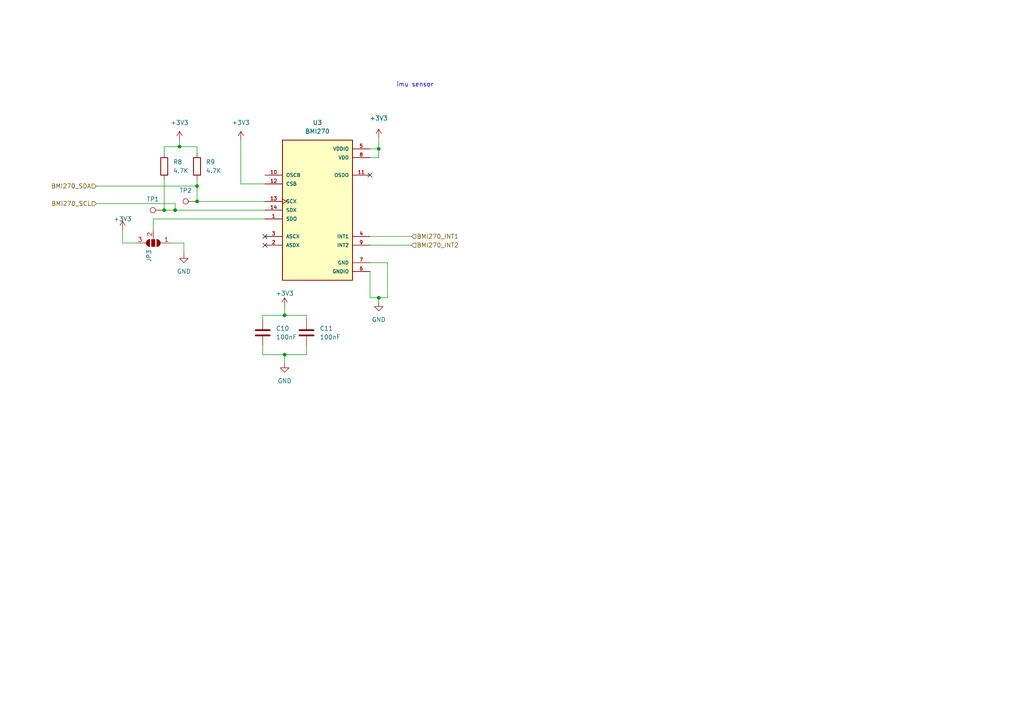
<source format=kicad_sch>
(kicad_sch (version 20230121) (generator eeschema)
  (paper "A4")
  (lib_symbols
    (symbol "+3V3_1" (power) (pin_names (offset 0))
      (property "Value" "+3V3_1" (at 0 3.556 0))
      (symbol "+3V3_1_0_1"
        (polyline (pts (xy -0.762 1.27) (xy 0 2.54)))
        (polyline (pts (xy 0 0) (xy 0 2.54)))
        (polyline (pts (xy 0 2.54) (xy 0.762 1.27)))
      )
      (symbol "+3V3_1_1_1"
        (pin power_in line (at 0 0 90) (length 0) hide (name "+3V3") (number "1"))
      )
    )
    (symbol "+3V3_2" (power) (pin_names (offset 0))
      (property "Value" "+3V3_2" (at 0 3.556 0))
      (symbol "+3V3_2_0_1"
        (polyline (pts (xy -0.762 1.27) (xy 0 2.54)))
        (polyline (pts (xy 0 0) (xy 0 2.54)))
        (polyline (pts (xy 0 2.54) (xy 0.762 1.27)))
      )
      (symbol "+3V3_2_1_1"
        (pin power_in line (at 0 0 90) (length 0) hide (name "+3V3") (number "1"))
      )
    )
    (symbol "BMI270:BMI270" (pin_names (offset 1.016))
      (property "Reference" "U" (at -10.16 21.082 0))
      (property "Value" "BMI270" (at -10.16 -22.86 0))
      (symbol "BMI270_0_0"
        (rectangle (start -10.16 -20.32) (end 10.16 20.32) (stroke (width 0.254)) (fill (type background)))
        (pin bidirectional line (at -15.24 -2.54 0) (length 5.08) (name "SDO") (number "1"))
        (pin input line (at -15.24 10.16 0) (length 5.08) (name "OSCB") (number "10"))
        (pin output line (at 15.24 10.16 180) (length 5.08) (name "OSDO") (number "11"))
        (pin input line (at -15.24 7.62 0) (length 5.08) (name "CSB") (number "12"))
        (pin input clock (at -15.24 2.54 0) (length 5.08) (name "SCX") (number "13"))
        (pin bidirectional line (at -15.24 0 0) (length 5.08) (name "SDX") (number "14"))
        (pin bidirectional line (at -15.24 -10.16 0) (length 5.08) (name "ASDX") (number "2"))
        (pin bidirectional line (at -15.24 -7.62 0) (length 5.08) (name "ASCX") (number "3"))
        (pin bidirectional line (at 15.24 -7.62 180) (length 5.08) (name "INT1") (number "4"))
        (pin power_in line (at 15.24 17.78 180) (length 5.08) (name "VDDIO") (number "5"))
        (pin power_in line (at 15.24 -17.78 180) (length 5.08) (name "GNDIO") (number "6"))
        (pin power_in line (at 15.24 -15.24 180) (length 5.08) (name "GND") (number "7"))
        (pin power_in line (at 15.24 15.24 180) (length 5.08) (name "VDD") (number "8"))
        (pin bidirectional line (at 15.24 -10.16 180) (length 5.08) (name "INT2") (number "9"))
      )
    )
    (symbol "Connector:TestPoint" (pin_numbers hide) (pin_names (offset 0.762) hide)
      (property "Reference" "TP" (at 0 6.858 0))
      (property "Value" "TestPoint" (at 0 5.08 0))
      (symbol "TestPoint_0_1"
        (circle (center 0 3.302) (radius 0.762))
      )
      (symbol "TestPoint_1_1"
        (pin passive line (at 0 0 90) (length 2.54) (name "1") (number "1"))
      )
    )
    (symbol "Device:C" (pin_numbers hide) (pin_names (offset 0.254))
      (property "Reference" "C" (at 0.635 2.54 0))
      (property "Value" "C" (at 0.635 -2.54 0))
      (symbol "C_0_1"
        (polyline (pts (xy -2.032 -0.762) (xy 2.032 -0.762)) (stroke (width 0.508)))
        (polyline (pts (xy -2.032 0.762) (xy 2.032 0.762)) (stroke (width 0.508)))
      )
      (symbol "C_1_1"
        (pin passive line (at 0 3.81 270) (length 2.794) (name "~") (number "1"))
        (pin passive line (at 0 -3.81 90) (length 2.794) (name "~") (number "2"))
      )
    )
    (symbol "Device:R" (pin_numbers hide) (pin_names (offset 0))
      (property "Reference" "R" (at 2.032 0 90))
      (property "Value" "R" (at 0 0 90))
      (symbol "R_0_1"
        (rectangle (start -1.016 -2.54) (end 1.016 2.54) (stroke (width 0.254)))
      )
      (symbol "R_1_1"
        (pin passive line (at 0 3.81 270) (length 1.27) (name "~") (number "1"))
        (pin passive line (at 0 -3.81 90) (length 1.27) (name "~") (number "2"))
      )
    )
    (symbol "GND_1" (power) (pin_names (offset 0))
      (property "Value" "GND_1" (at 0 -3.81 0))
      (symbol "GND_1_0_1"
        (polyline (pts (xy 0 0) (xy 0 -1.27) (xy 1.27 -1.27) (xy 0 -2.54) (xy -1.27 -1.27) (xy 0 -1.27)))
      )
      (symbol "GND_1_1_1"
        (pin power_in line (at 0 0 270) (length 0) hide (name "GND") (number "1"))
      )
    )
    (symbol "Jumper:SolderJumper_3_Open" (pin_names (offset 0) hide)
      (property "Reference" "JP" (at -2.54 -2.54 0))
      (property "Value" "SolderJumper_3_Open" (at 0 2.794 0))
      (symbol "SolderJumper_3_Open_0_1"
        (arc (start -1.016 1.016) (mid -2.0276 0) (end -1.016 -1.016))
        (arc (start -1.016 1.016) (mid -2.0276 0) (end -1.016 -1.016) (fill (type outline)))
        (rectangle (start -0.508 1.016) (end 0.508 -1.016) (fill (type outline)))
        (polyline (pts (xy -2.54 0) (xy -2.032 0)))
        (polyline (pts (xy -1.016 1.016) (xy -1.016 -1.016)))
        (polyline (pts (xy 0 -1.27) (xy 0 -1.016)))
        (polyline (pts (xy 1.016 1.016) (xy 1.016 -1.016)))
        (polyline (pts (xy 2.54 0) (xy 2.032 0)))
        (arc (start 1.016 -1.016) (mid 2.0276 0) (end 1.016 1.016))
        (arc (start 1.016 -1.016) (mid 2.0276 0) (end 1.016 1.016) (fill (type outline)))
      )
      (symbol "SolderJumper_3_Open_1_1"
        (pin passive line (at -5.08 0 0) (length 2.54) (name "A") (number "1"))
        (pin passive line (at 0 -3.81 90) (length 2.54) (name "C") (number "2"))
        (pin passive line (at 5.08 0 180) (length 2.54) (name "B") (number "3"))
      )
    )
    (symbol "power:+3V3" (power) (pin_names (offset 0))
      (property "Value" "+3V3" (at 0 3.556 0))
      (symbol "+3V3_0_1"
        (polyline (pts (xy -0.762 1.27) (xy 0 2.54)))
        (polyline (pts (xy 0 0) (xy 0 2.54)))
        (polyline (pts (xy 0 2.54) (xy 0.762 1.27)))
      )
      (symbol "+3V3_1_1"
        (pin power_in line (at 0 0 90) (length 0) hide (name "+3V3") (number "1"))
      )
    )
    (symbol "power:GND" (power) (pin_names (offset 0))
      (property "Value" "GND" (at 0 -3.81 0))
      (symbol "GND_0_1"
        (polyline (pts (xy 0 0) (xy 0 -1.27) (xy 1.27 -1.27) (xy 0 -2.54) (xy -1.27 -1.27) (xy 0 -1.27)))
      )
      (symbol "GND_1_1"
        (pin power_in line (at 0 0 270) (length 0) hide (name "GND") (number "1"))
      )
    )
  )
  (junction (at 82.55 102.87))
  (junction (at 109.855 43.18))
  (junction (at 109.855 86.36))
  (junction (at 50.8 60.96))
  (junction (at 57.15 53.975))
  (junction (at 47.625 60.96))
  (junction (at 82.55 91.44))
  (junction (at 57.15 58.42))
  (junction (at 52.07 42.545))
  (no_connect (at 76.835 68.58))
  (no_connect (at 76.835 71.12))
  (no_connect (at 107.315 50.8))
  (wire (pts (xy 109.855 43.18) (xy 107.315 43.18)))
  (wire (pts (xy 57.15 58.42) (xy 76.835 58.42)))
  (wire (pts (xy 76.2 100.33) (xy 76.2 102.87)))
  (wire (pts (xy 47.625 52.07) (xy 47.625 60.96)))
  (wire (pts (xy 107.315 68.58) (xy 119.38 68.58)))
  (wire (pts (xy 107.315 71.12) (xy 119.38 71.12)))
  (wire (pts (xy 50.8 60.96) (xy 76.835 60.96)))
  (wire (pts (xy 27.94 59.055) (xy 50.8 59.055)))
  (wire (pts (xy 112.395 76.2) (xy 112.395 86.36)))
  (wire (pts (xy 76.2 92.71) (xy 76.2 91.44)))
  (wire (pts (xy 76.835 53.34) (xy 69.85 53.34)))
  (wire (pts (xy 88.9 91.44) (xy 88.9 92.71)))
  (wire (pts (xy 35.56 70.485) (xy 39.37 70.485)))
  (wire (pts (xy 82.55 102.87) (xy 88.9 102.87)))
  (wire (pts (xy 47.625 42.545) (xy 47.625 44.45)))
  (wire (pts (xy 35.56 66.675) (xy 35.56 70.485)))
  (wire (pts (xy 53.34 70.485) (xy 53.34 73.66)))
  (wire (pts (xy 88.9 102.87) (xy 88.9 100.33)))
  (wire (pts (xy 109.855 40.005) (xy 109.855 43.18)))
  (wire (pts (xy 49.53 70.485) (xy 53.34 70.485)))
  (wire (pts (xy 82.55 91.44) (xy 88.9 91.44)))
  (wire (pts (xy 52.07 42.545) (xy 57.15 42.545)))
  (wire (pts (xy 107.315 86.36) (xy 109.855 86.36)))
  (wire (pts (xy 107.315 45.72) (xy 109.855 45.72)))
  (wire (pts (xy 112.395 86.36) (xy 109.855 86.36)))
  (wire (pts (xy 52.07 40.64) (xy 52.07 42.545)))
  (wire (pts (xy 52.07 42.545) (xy 47.625 42.545)))
  (wire (pts (xy 50.8 60.96) (xy 50.8 59.055)))
  (wire (pts (xy 47.625 60.96) (xy 50.8 60.96)))
  (wire (pts (xy 76.835 63.5) (xy 44.45 63.5)))
  (wire (pts (xy 82.55 88.9) (xy 82.55 91.44)))
  (wire (pts (xy 109.855 86.36) (xy 109.855 87.63)))
  (wire (pts (xy 57.15 53.975) (xy 57.15 58.42)))
  (wire (pts (xy 109.855 45.72) (xy 109.855 43.18)))
  (wire (pts (xy 57.15 52.07) (xy 57.15 53.975)))
  (wire (pts (xy 76.2 91.44) (xy 82.55 91.44)))
  (wire (pts (xy 107.315 76.2) (xy 112.395 76.2)))
  (wire (pts (xy 107.315 78.74) (xy 107.315 86.36)))
  (wire (pts (xy 82.55 102.87) (xy 82.55 105.41)))
  (wire (pts (xy 44.45 63.5) (xy 44.45 66.675)))
  (wire (pts (xy 57.15 42.545) (xy 57.15 44.45)))
  (wire (pts (xy 69.85 40.64) (xy 69.85 53.34)))
  (wire (pts (xy 27.94 53.975) (xy 57.15 53.975)))
  (wire (pts (xy 76.2 102.87) (xy 82.55 102.87)))
  (text "imu sensor" (at 114.935 25.4 0) (effects (font (size 1.27 1.27)) (justify left bottom)))
  (hierarchical_label "BMI270_SCL" (shape input) (at 27.94 59.055 180))
  (hierarchical_label "BMI270_SDA" (shape input) (at 27.94 53.975 180))
  (hierarchical_label "BMI270_INT1" (shape input) (at 119.38 68.58 0))
  (hierarchical_label "BMI270_INT2" (shape input) (at 119.38 71.12 0))
  (symbol (lib_name "+3V3_1") (lib_id "power:+3V3") (at 82.55 88.9 0) (unit 1)
    (property "Reference" "#PWR01" (effects hide))
    (property "Value" "+3V3" (at 82.55 85.09 0))
    (instances (project "base_board" (path "" (reference "#PWR01") (unit 1)) (path "" (reference "#PWR019") (unit 1))))
  )
  (symbol (lib_id "power:+3V3") (at 69.85 40.64 0) (unit 1)
    (property "Reference" "#PWR0124" (effects hide))
    (property "Value" "+3V3" (at 69.85 35.56 0))
    (instances (project "base_board" (path "" (reference "#PWR0124") (unit 1)) (path "" (reference "#PWR018") (unit 1))))
  )
  (symbol (lib_id "Device:C") (at 76.2 96.52 180) (unit 1)
    (property "Reference" "C10" (at 80.01 95.2499 0) (effects (justify right)))
    (property "Value" "100nF" (at 80.01 97.7899 0) (effects (justify right)))
    (property "Footprint" "Capacitor_SMD:C_0603_1608Metric" (effects hide))
  )
  (symbol (lib_id "power:GND") (at 82.55 105.41 0) (unit 1)
    (property "Reference" "#PWR0108" (effects hide))
    (property "Value" "GND" (at 82.55 110.49 0))
    (instances (project "base_board" (path "" (reference "#PWR0108") (unit 1)) (path "" (reference "#PWR020") (unit 1))))
  )
  (symbol (lib_id "Connector:TestPoint") (at 47.625 60.96 90) (unit 1)
    (property "Reference" "TP1" (at 44.323 57.785 90))
    (property "Value" "TestPoint" (effects hide))
    (property "Footprint" "TestPoint:TestPoint_Pad_D3.0mm" (effects hide))
  )
  (symbol (lib_id "power:+3V3") (at 52.07 40.64 0) (unit 1)
    (property "Reference" "#PWR0125" (effects hide))
    (property "Value" "+3V3" (at 52.07 35.56 0))
    (instances (project "base_board" (path "" (reference "#PWR0125") (unit 1)) (path "" (reference "#PWR017") (unit 1))))
  )
  (symbol (lib_id "Device:R") (at 47.625 48.26 0) (unit 1)
    (property "Reference" "R8" (at 50.165 46.9899 0) (effects (justify left)))
    (property "Value" "4.7K" (at 50.165 49.5299 0) (effects (justify left)))
    (property "Footprint" "Resistor_SMD:R_0603_1608Metric" (effects hide))
  )
  (symbol (lib_id "Device:C") (at 88.9 96.52 180) (unit 1)
    (property "Reference" "C11" (at 92.71 95.2499 0) (effects (justify right)))
    (property "Value" "100nF" (at 92.71 97.7899 0) (effects (justify right)))
    (property "Footprint" "Capacitor_SMD:C_0603_1608Metric" (effects hide))
  )
  (symbol (lib_id "BMI270:BMI270") (at 92.075 60.96 0) (unit 1)
    (property "Reference" "U3" (at 92.075 35.56 0))
    (property "Value" "BMI270" (at 92.075 38.1 0))
    (property "Footprint" "BMI270:XDCR_BMI270" (effects hide))
    (property "STANDARD" "Manufacturer Recommendations" (effects hide))
    (property "PATREV" "1.0" (effects hide))
    (property "MANUFACTURER" "Bosch Sensortec" (effects hide))
    (property "MAXIMUM_PACKAGE_HEIGHT" "0.87mm" (effects hide))
  )
  (symbol (lib_name "+3V3_2") (lib_id "power:+3V3") (at 35.56 66.675 0) (unit 1)
    (property "Reference" "#PWR01" (effects hide))
    (property "Value" "+3V3" (at 35.56 63.5 0))
  )
  (symbol (lib_id "Connector:TestPoint") (at 57.15 58.42 90) (unit 1)
    (property "Reference" "TP2" (at 53.848 55.245 90))
    (property "Value" "TestPoint" (effects hide))
    (property "Footprint" "TestPoint:TestPoint_Pad_D3.0mm" (effects hide))
  )
  (symbol (lib_id "power:GND") (at 109.855 87.63 0) (unit 1)
    (property "Reference" "#PWR0107" (effects hide))
    (property "Value" "GND" (at 109.855 92.71 0))
    (instances (project "base_board" (path "" (reference "#PWR0107") (unit 1)) (path "" (reference "#PWR022") (unit 1))))
  )
  (symbol (lib_id "Jumper:SolderJumper_3_Open") (at 44.45 70.485 180) (unit 1)
    (property "Reference" "JP3" (at 43.1799 72.39 90) (effects (justify left)))
    (property "Value" "SolderJumper_3_Open" (effects hide))
    (property "Footprint" "Jumper:SolderJumper-3_P1.3mm_Open_RoundedPad1.0x1.5mm" (effects hide))
  )
  (symbol (lib_name "GND_1") (lib_id "power:GND") (at 53.34 73.66 0) (unit 1)
    (property "Reference" "#PWR016" (effects hide))
    (property "Value" "GND" (at 53.34 78.74 0))
  )
  (symbol (lib_id "Device:R") (at 57.15 48.26 0) (unit 1)
    (property "Reference" "R9" (at 59.69 46.9899 0) (effects (justify left)))
    (property "Value" "4.7K" (at 59.69 49.5299 0) (effects (justify left)))
    (property "Footprint" "Resistor_SMD:R_0603_1608Metric" (effects hide))
  )
  (symbol (lib_id "power:+3V3") (at 109.855 40.005 0) (unit 1)
    (property "Reference" "#PWR0123" (effects hide))
    (property "Value" "+3V3" (at 109.855 34.29 0))
    (instances (project "base_board" (path "" (reference "#PWR0123") (unit 1)) (path "" (reference "#PWR021") (unit 1))))
  )
)
</source>
